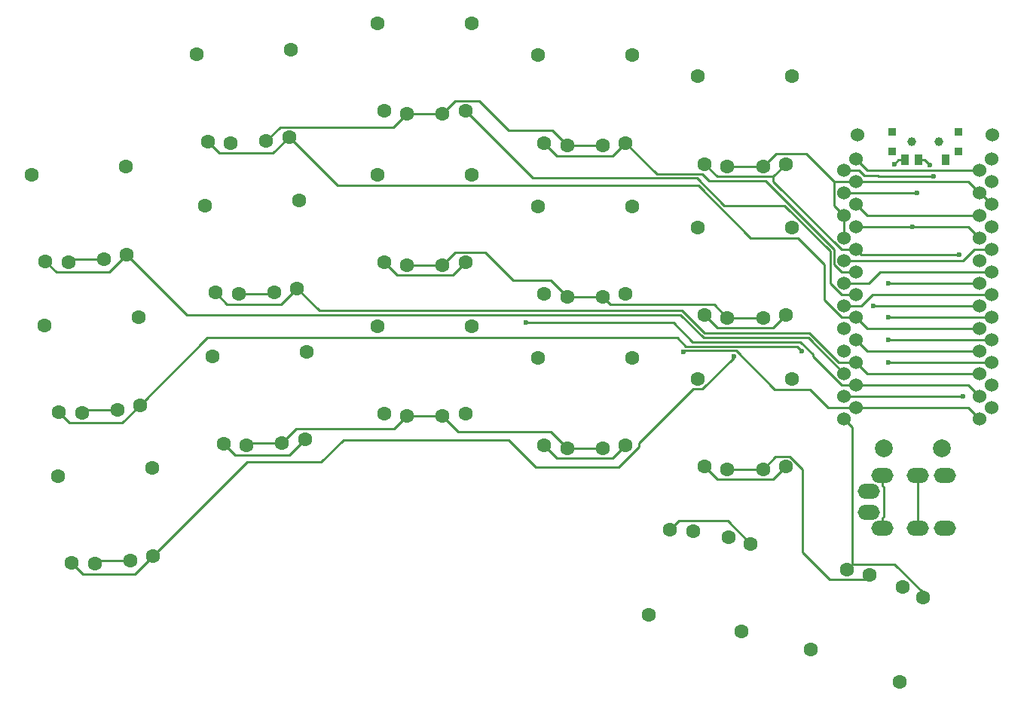
<source format=gtl>
G04 #@! TF.GenerationSoftware,KiCad,Pcbnew,5.1.6*
G04 #@! TF.CreationDate,2020-09-30T09:09:17+01:00*
G04 #@! TF.ProjectId,cradio,63726164-696f-42e6-9b69-6361645f7063,2.1*
G04 #@! TF.SameCoordinates,Original*
G04 #@! TF.FileFunction,Copper,L1,Top*
G04 #@! TF.FilePolarity,Positive*
%FSLAX46Y46*%
G04 Gerber Fmt 4.6, Leading zero omitted, Abs format (unit mm)*
G04 Created by KiCad (PCBNEW 5.1.6) date 2020-09-30 09:09:17*
%MOMM*%
%LPD*%
G01*
G04 APERTURE LIST*
G04 #@! TA.AperFunction,ComponentPad*
%ADD10C,1.524000*%
G04 #@! TD*
G04 #@! TA.AperFunction,SMDPad,CuDef*
%ADD11R,0.900000X0.900000*%
G04 #@! TD*
G04 #@! TA.AperFunction,SMDPad,CuDef*
%ADD12R,0.900000X1.250000*%
G04 #@! TD*
G04 #@! TA.AperFunction,WasherPad*
%ADD13C,1.000000*%
G04 #@! TD*
G04 #@! TA.AperFunction,ComponentPad*
%ADD14C,1.600000*%
G04 #@! TD*
G04 #@! TA.AperFunction,ComponentPad*
%ADD15C,2.000000*%
G04 #@! TD*
G04 #@! TA.AperFunction,ComponentPad*
%ADD16O,2.500000X1.700000*%
G04 #@! TD*
G04 #@! TA.AperFunction,ViaPad*
%ADD17C,0.600000*%
G04 #@! TD*
G04 #@! TA.AperFunction,Conductor*
%ADD18C,0.250000*%
G04 #@! TD*
G04 APERTURE END LIST*
D10*
X142370000Y-36742000D03*
X142370000Y-39282000D03*
X142370000Y-41822000D03*
X142370000Y-44362000D03*
X142370000Y-46902000D03*
X142370000Y-49442000D03*
X142370000Y-51982000D03*
X142370000Y-54522000D03*
X142370000Y-57062000D03*
X142370000Y-59602000D03*
X142370000Y-62142000D03*
X142370000Y-64682000D03*
X127130000Y-64682000D03*
X127130000Y-62142000D03*
X127130000Y-59602000D03*
X127130000Y-57062000D03*
X127130000Y-54522000D03*
X127130000Y-51982000D03*
X127130000Y-49442000D03*
X127130000Y-46902000D03*
X127130000Y-44362000D03*
X127130000Y-41822000D03*
X127130000Y-39282000D03*
X127130000Y-36742000D03*
X143676400Y-35472000D03*
X143676400Y-38012000D03*
X143676400Y-40552000D03*
X143676400Y-43092000D03*
X143676400Y-45632000D03*
X143676400Y-48172000D03*
X143676400Y-50712000D03*
X143676400Y-53252000D03*
X143676400Y-55792000D03*
X143676400Y-58332000D03*
X143676400Y-60872000D03*
X143676400Y-63412000D03*
X128456400Y-63412000D03*
X128456400Y-60872000D03*
X128456400Y-58332000D03*
X128456400Y-55792000D03*
X128456400Y-53252000D03*
X128456400Y-50712000D03*
X128456400Y-48172000D03*
X128456400Y-45632000D03*
X128456400Y-43092000D03*
X128456400Y-40552000D03*
X128456400Y-38012000D03*
X128456400Y-35472000D03*
X143816400Y-32792000D03*
X128596400Y-32792000D03*
D11*
X132550000Y-34600000D03*
X132550000Y-32400000D03*
X139940000Y-34600000D03*
X139940000Y-32400000D03*
D12*
X138490000Y-35575000D03*
X133990000Y-35575000D03*
X135490000Y-35575000D03*
D13*
X134740000Y-33500000D03*
X137740000Y-33500000D03*
D14*
X116596025Y-78702789D03*
X110168085Y-77264742D03*
X107575186Y-77112172D03*
X114107316Y-77959334D03*
X115594652Y-88528172D03*
X105155690Y-86687501D03*
X120580000Y-70020000D03*
X114000000Y-70320000D03*
X111420000Y-70020000D03*
X118000000Y-70320000D03*
X121300000Y-60170000D03*
X110700000Y-60170000D03*
X136028095Y-84734020D03*
X129947524Y-82201620D03*
X127420511Y-81601115D03*
X133706294Y-83569700D03*
X133335775Y-94236247D03*
X123375033Y-90610833D03*
X102580000Y-67645000D03*
X96000000Y-67945000D03*
X93420000Y-67645000D03*
X100000000Y-67945000D03*
X103300000Y-57795000D03*
X92700000Y-57795000D03*
X84580000Y-64070000D03*
X78000000Y-64370000D03*
X75420000Y-64070000D03*
X82000000Y-64370000D03*
X85300000Y-54220000D03*
X74700000Y-54220000D03*
X66536937Y-66975112D03*
X59981655Y-67619071D03*
X57389490Y-67454509D03*
X63976173Y-67409728D03*
X66740441Y-57100929D03*
X56154968Y-57655690D03*
X49477966Y-80066220D03*
X42949152Y-80938563D03*
X40352823Y-80864566D03*
X46933930Y-80589940D03*
X49336742Y-70190950D03*
X38777078Y-71114801D03*
X120580000Y-53020000D03*
X114000000Y-53320000D03*
X111420000Y-53020000D03*
X118000000Y-53320000D03*
X121300000Y-43170000D03*
X110700000Y-43170000D03*
X102580000Y-50640000D03*
X96000000Y-50940000D03*
X93420000Y-50640000D03*
X100000000Y-50940000D03*
X103300000Y-40790000D03*
X92700000Y-40790000D03*
X84580000Y-47070000D03*
X78000000Y-47370000D03*
X75420000Y-47070000D03*
X82000000Y-47370000D03*
X85300000Y-37220000D03*
X74700000Y-37220000D03*
X65646937Y-49993412D03*
X59091655Y-50637371D03*
X56499490Y-50472809D03*
X63086173Y-50428028D03*
X65850441Y-40119229D03*
X55264968Y-40673990D03*
X47995866Y-63125920D03*
X41467052Y-63998263D03*
X38870723Y-63924266D03*
X45451830Y-63649640D03*
X47854642Y-53250650D03*
X37294978Y-54174501D03*
X120580000Y-36020000D03*
X114000000Y-36320000D03*
X111420000Y-36020000D03*
X118000000Y-36320000D03*
X121300000Y-26170000D03*
X110700000Y-26170000D03*
X102580000Y-33640000D03*
X96000000Y-33940000D03*
X93420000Y-33640000D03*
X100000000Y-33940000D03*
X103300000Y-23790000D03*
X92700000Y-23790000D03*
X84580000Y-30080000D03*
X78000000Y-30380000D03*
X75420000Y-30080000D03*
X82000000Y-30380000D03*
X85300000Y-20230000D03*
X74700000Y-20230000D03*
X46514166Y-46190620D03*
X39985352Y-47062963D03*
X37389023Y-46988966D03*
X43970130Y-46714340D03*
X46372942Y-36315350D03*
X35813278Y-37239201D03*
X64757237Y-33016712D03*
X58201955Y-33660671D03*
X55609790Y-33496109D03*
X62196473Y-33451328D03*
X64960741Y-23142529D03*
X54375268Y-23697290D03*
D15*
X138090000Y-68010000D03*
X131590000Y-68010000D03*
D16*
X129932000Y-72760000D03*
X131432000Y-76960000D03*
X135432000Y-76960000D03*
X138432000Y-76960000D03*
X135432000Y-71010000D03*
X138432000Y-71010000D03*
X129932000Y-75210000D03*
X131432000Y-71010000D03*
D17*
X132780000Y-36010000D03*
X132053800Y-53252000D03*
X132053800Y-55792000D03*
X132053800Y-58332000D03*
X140035300Y-46185700D03*
X136730000Y-36110000D03*
X134768000Y-43092000D03*
X132053800Y-49442000D03*
X130390000Y-51982000D03*
X122384100Y-57076500D03*
X137210000Y-37370000D03*
X135318000Y-39282000D03*
X114697500Y-57623100D03*
X91369700Y-53859700D03*
X109077000Y-57137000D03*
X140439900Y-62142000D03*
D18*
X133215000Y-35575000D02*
X132780000Y-36010000D01*
X133990000Y-35575000D02*
X133215000Y-35575000D01*
X143676400Y-50712000D02*
X130314300Y-50712000D01*
X130314300Y-50712000D02*
X129044300Y-51982000D01*
X129044300Y-51982000D02*
X127130000Y-51982000D01*
X93420000Y-67645000D02*
X94870100Y-69095100D01*
X94870100Y-69095100D02*
X101129900Y-69095100D01*
X101129900Y-69095100D02*
X102580000Y-67645000D01*
X143676400Y-53252000D02*
X132053800Y-53252000D01*
X143676400Y-55792000D02*
X132053800Y-55792000D01*
X111420000Y-70020000D02*
X112854200Y-71454200D01*
X112854200Y-71454200D02*
X119145800Y-71454200D01*
X119145800Y-71454200D02*
X120580000Y-70020000D01*
X127130000Y-59602000D02*
X123086500Y-55558500D01*
X123086500Y-55558500D02*
X111327400Y-55558500D01*
X111327400Y-55558500D02*
X108734800Y-52965900D01*
X108734800Y-52965900D02*
X53289500Y-52965900D01*
X53289500Y-52965900D02*
X46514200Y-46190600D01*
X37389000Y-46989000D02*
X38590500Y-48190500D01*
X38590500Y-48190500D02*
X44514300Y-48190500D01*
X44514300Y-48190500D02*
X46514200Y-46190600D01*
X143676400Y-58332000D02*
X132053800Y-58332000D01*
X128456400Y-45632000D02*
X129010100Y-46185700D01*
X129010100Y-46185700D02*
X140035300Y-46185700D01*
X119154600Y-37445400D02*
X119154600Y-37959700D01*
X119154600Y-37959700D02*
X126826900Y-45632000D01*
X126826900Y-45632000D02*
X128456400Y-45632000D01*
X119154600Y-37445400D02*
X120580000Y-36020000D01*
X111420000Y-36020000D02*
X112845400Y-37445400D01*
X112845400Y-37445400D02*
X119154600Y-37445400D01*
X118000000Y-36320000D02*
X114000000Y-36320000D01*
X126006000Y-38012000D02*
X122849600Y-34855600D01*
X122849600Y-34855600D02*
X119464400Y-34855600D01*
X119464400Y-34855600D02*
X118000000Y-36320000D01*
X129977500Y-82171600D02*
X129449700Y-82699400D01*
X122481500Y-70328500D02*
X121043500Y-68890500D01*
X121043500Y-68890500D02*
X119429500Y-68890500D01*
X119429500Y-68890500D02*
X118000000Y-70320000D01*
X100000000Y-50940000D02*
X100879600Y-51819600D01*
X100879600Y-51819600D02*
X112499600Y-51819600D01*
X112499600Y-51819600D02*
X114000000Y-53320000D01*
X96000000Y-50940000D02*
X100000000Y-50940000D01*
X128456400Y-38012000D02*
X131118000Y-38012000D01*
X141100000Y-38012000D02*
X142370000Y-39282000D01*
X143676400Y-40552000D02*
X142406400Y-39282000D01*
X142406400Y-39282000D02*
X142370000Y-39282000D01*
X126006000Y-38012000D02*
X128456400Y-38012000D01*
X127130000Y-44362000D02*
X127130000Y-41822000D01*
X96000000Y-33940000D02*
X94326300Y-32266300D01*
X94326300Y-32266300D02*
X89455500Y-32266300D01*
X89455500Y-32266300D02*
X86139700Y-28950500D01*
X86139700Y-28950500D02*
X83429500Y-28950500D01*
X83429500Y-28950500D02*
X82000000Y-30380000D01*
X100000000Y-33940000D02*
X96000000Y-33940000D01*
X59091700Y-50637400D02*
X62876800Y-50637400D01*
X62876800Y-50637400D02*
X63086200Y-50428000D01*
X96000000Y-50940000D02*
X94173900Y-49113900D01*
X94173900Y-49113900D02*
X89959100Y-49113900D01*
X89959100Y-49113900D02*
X86785700Y-45940500D01*
X86785700Y-45940500D02*
X83429500Y-45940500D01*
X83429500Y-45940500D02*
X82000000Y-47370000D01*
X96000000Y-67945000D02*
X94200700Y-66145700D01*
X94200700Y-66145700D02*
X83775700Y-66145700D01*
X83775700Y-66145700D02*
X82000000Y-64370000D01*
X100000000Y-67945000D02*
X96000000Y-67945000D01*
X118000000Y-70320000D02*
X114000000Y-70320000D01*
X82000000Y-64370000D02*
X78000000Y-64370000D01*
X126006000Y-38012000D02*
X126006000Y-40698000D01*
X126006000Y-40698000D02*
X127130000Y-41822000D01*
X62196500Y-33451300D02*
X63778600Y-31869200D01*
X63778600Y-31869200D02*
X76510800Y-31869200D01*
X76510800Y-31869200D02*
X78000000Y-30380000D01*
X78000000Y-64370000D02*
X76564900Y-65805100D01*
X76564900Y-65805100D02*
X65580800Y-65805100D01*
X65580800Y-65805100D02*
X63976200Y-67409700D01*
X59981700Y-67619100D02*
X60191100Y-67409700D01*
X60191100Y-67409700D02*
X63976200Y-67409700D01*
X46933900Y-80589900D02*
X43297900Y-80589900D01*
X43297900Y-80589900D02*
X42949200Y-80938600D01*
X118000000Y-53320000D02*
X114000000Y-53320000D01*
X82000000Y-47370000D02*
X78000000Y-47370000D01*
X45451800Y-63649600D02*
X41815800Y-63649600D01*
X41815800Y-63649600D02*
X41467100Y-63998300D01*
X78000000Y-30380000D02*
X82000000Y-30380000D01*
X43970100Y-46714300D02*
X40334100Y-46714300D01*
X40334100Y-46714300D02*
X39985400Y-47063000D01*
X135432000Y-71010000D02*
X135432000Y-76960000D01*
X131118000Y-38012000D02*
X141100000Y-38012000D01*
X122481500Y-78218600D02*
X122481500Y-76778500D01*
X122481500Y-76778500D02*
X122481500Y-70328500D01*
X122481500Y-79691500D02*
X122481500Y-76778500D01*
X125516116Y-82726116D02*
X122481500Y-79691500D01*
X129423028Y-82726116D02*
X125516116Y-82726116D01*
X129947524Y-82201620D02*
X129423028Y-82726116D01*
X136195000Y-35575000D02*
X136730000Y-36110000D01*
X135490000Y-35575000D02*
X136195000Y-35575000D01*
X128456400Y-43092000D02*
X134768000Y-43092000D01*
X141100000Y-43092000D02*
X142370000Y-44362000D01*
X131432000Y-76960000D02*
X131432000Y-75784700D01*
X131432000Y-71010000D02*
X131432000Y-72185300D01*
X131432000Y-72185300D02*
X131575600Y-72328900D01*
X131575600Y-72328900D02*
X131575600Y-75641100D01*
X131575600Y-75641100D02*
X131432000Y-75784700D01*
X134768000Y-43092000D02*
X141100000Y-43092000D01*
X142370000Y-49442000D02*
X132053800Y-49442000D01*
X102580000Y-33640000D02*
X106085400Y-37145400D01*
X106085400Y-37145400D02*
X111154100Y-37145400D01*
X111154100Y-37145400D02*
X111904500Y-37895800D01*
X111904500Y-37895800D02*
X118271500Y-37895800D01*
X118271500Y-37895800D02*
X126001300Y-45625600D01*
X126001300Y-45625600D02*
X126001300Y-47313700D01*
X126001300Y-47313700D02*
X126859600Y-48172000D01*
X126859600Y-48172000D02*
X128456400Y-48172000D01*
X93420000Y-33640000D02*
X94862700Y-35082700D01*
X94862700Y-35082700D02*
X101137300Y-35082700D01*
X101137300Y-35082700D02*
X102580000Y-33640000D01*
X84580000Y-30080000D02*
X92095800Y-37595800D01*
X92095800Y-37595800D02*
X110586900Y-37595800D01*
X110586900Y-37595800D02*
X113665600Y-40674500D01*
X113665600Y-40674500D02*
X120413300Y-40674500D01*
X120413300Y-40674500D02*
X125550900Y-45812100D01*
X125550900Y-45812100D02*
X125550900Y-49419700D01*
X125550900Y-49419700D02*
X126843200Y-50712000D01*
X126843200Y-50712000D02*
X128456400Y-50712000D01*
X130390000Y-51982000D02*
X142370000Y-51982000D01*
X64757200Y-33016700D02*
X70192700Y-38452200D01*
X70192700Y-38452200D02*
X110729600Y-38452200D01*
X110729600Y-38452200D02*
X116607300Y-44329900D01*
X116607300Y-44329900D02*
X121927100Y-44329900D01*
X121927100Y-44329900D02*
X124927400Y-47330200D01*
X124927400Y-47330200D02*
X124927400Y-51331400D01*
X124927400Y-51331400D02*
X126848000Y-53252000D01*
X126848000Y-53252000D02*
X128456400Y-53252000D01*
X128456400Y-53252000D02*
X129726400Y-54522000D01*
X129726400Y-54522000D02*
X142370000Y-54522000D01*
X55609800Y-33496100D02*
X56924300Y-34810600D01*
X56924300Y-34810600D02*
X62963300Y-34810600D01*
X62963300Y-34810600D02*
X64757200Y-33016700D01*
X122384100Y-57076500D02*
X121819300Y-56511700D01*
X121819300Y-56511700D02*
X109336200Y-56511700D01*
X109336200Y-56511700D02*
X108378000Y-55553500D01*
X108378000Y-55553500D02*
X55568300Y-55553500D01*
X55568300Y-55553500D02*
X47995900Y-63125900D01*
X38870700Y-63924300D02*
X40076800Y-65130400D01*
X40076800Y-65130400D02*
X45991400Y-65130400D01*
X45991400Y-65130400D02*
X47995900Y-63125900D01*
X128456400Y-55792000D02*
X129726400Y-57062000D01*
X129726400Y-57062000D02*
X142370000Y-57062000D01*
X128456400Y-58332000D02*
X126514300Y-58332000D01*
X126514300Y-58332000D02*
X123206200Y-55023900D01*
X123206200Y-55023900D02*
X111429700Y-55023900D01*
X111429700Y-55023900D02*
X108921400Y-52515600D01*
X108921400Y-52515600D02*
X68169100Y-52515600D01*
X68169100Y-52515600D02*
X65646900Y-49993400D01*
X128456400Y-58332000D02*
X129726400Y-59602000D01*
X129726400Y-59602000D02*
X142370000Y-59602000D01*
X56499500Y-50472800D02*
X57794400Y-51767700D01*
X57794400Y-51767700D02*
X63872600Y-51767700D01*
X63872600Y-51767700D02*
X65646900Y-49993400D01*
X111420000Y-53020000D02*
X112851300Y-54451300D01*
X112851300Y-54451300D02*
X119148700Y-54451300D01*
X119148700Y-54451300D02*
X120580000Y-53020000D01*
X130970000Y-37370000D02*
X130920000Y-37320000D01*
X137210000Y-37370000D02*
X130970000Y-37370000D01*
X128795162Y-36742000D02*
X127130000Y-36742000D01*
X129373162Y-37320000D02*
X128795162Y-36742000D01*
X130920000Y-37320000D02*
X129373162Y-37320000D01*
X127130000Y-39282000D02*
X135318000Y-39282000D01*
X128456400Y-40552000D02*
X129726400Y-41822000D01*
X129726400Y-41822000D02*
X142370000Y-41822000D01*
X127130000Y-49442000D02*
X129906800Y-49442000D01*
X129906800Y-49442000D02*
X131176800Y-48172000D01*
X131176800Y-48172000D02*
X143676400Y-48172000D01*
X57389500Y-67454500D02*
X58693000Y-68758000D01*
X58693000Y-68758000D02*
X64754000Y-68758000D01*
X64754000Y-68758000D02*
X66536900Y-66975100D01*
X104030300Y-67787900D02*
X104030300Y-67417400D01*
X104030300Y-67417400D02*
X110152300Y-61295400D01*
X110152300Y-61295400D02*
X111189500Y-61295400D01*
X111189500Y-61295400D02*
X114697500Y-57787400D01*
X114697500Y-57787400D02*
X114697500Y-57623100D01*
X40352800Y-80864600D02*
X41600300Y-82112100D01*
X41600300Y-82112100D02*
X47432100Y-82112100D01*
X47432100Y-82112100D02*
X49478000Y-80066200D01*
X127130000Y-46902000D02*
X140466900Y-46902000D01*
X140466900Y-46902000D02*
X141736900Y-45632000D01*
X141736900Y-45632000D02*
X143676400Y-45632000D01*
X49477966Y-80066220D02*
X60024186Y-69520000D01*
X60024186Y-69520000D02*
X68340000Y-69520000D01*
X68340000Y-69520000D02*
X70850000Y-67010000D01*
X70850000Y-67010000D02*
X89400000Y-67010000D01*
X92454100Y-70064100D02*
X101754100Y-70064100D01*
X89400000Y-67010000D02*
X92454100Y-70064100D01*
X101754100Y-70064100D02*
X104030300Y-67787900D01*
X128456400Y-60872000D02*
X126844200Y-60872000D01*
X126844200Y-60872000D02*
X123630000Y-57657800D01*
X123630000Y-57657800D02*
X123630000Y-57414600D01*
X123630000Y-57414600D02*
X122224300Y-56008900D01*
X122224300Y-56008900D02*
X110080300Y-56008900D01*
X110080300Y-56008900D02*
X107931100Y-53859700D01*
X107931100Y-53859700D02*
X91369700Y-53859700D01*
X142370000Y-62142000D02*
X141100000Y-60872000D01*
X141100000Y-60872000D02*
X128456400Y-60872000D01*
X75420000Y-47070000D02*
X76865700Y-48515700D01*
X76865700Y-48515700D02*
X83134300Y-48515700D01*
X83134300Y-48515700D02*
X84580000Y-47070000D01*
X128456400Y-63412000D02*
X125339500Y-63412000D01*
X125339500Y-63412000D02*
X123257400Y-61329900D01*
X123257400Y-61329900D02*
X119292400Y-61329900D01*
X119292400Y-61329900D02*
X114958400Y-56995900D01*
X114958400Y-56995900D02*
X109218100Y-56995900D01*
X109218100Y-56995900D02*
X109077000Y-57137000D01*
X128456400Y-63412000D02*
X141100000Y-63412000D01*
X141100000Y-63412000D02*
X142370000Y-64682000D01*
X128031500Y-80990100D02*
X132808200Y-80990100D01*
X132808200Y-80990100D02*
X136058100Y-84240000D01*
X136058100Y-84240000D02*
X136058100Y-84704000D01*
X127450500Y-81571100D02*
X128031500Y-80990100D01*
X128031500Y-80990100D02*
X128031500Y-65583500D01*
X128031500Y-65583500D02*
X127130000Y-64682000D01*
X107575200Y-77112200D02*
X108548700Y-76138700D01*
X108548700Y-76138700D02*
X114031900Y-76138700D01*
X114031900Y-76138700D02*
X116596000Y-78702800D01*
X127130000Y-62142000D02*
X140439900Y-62142000D01*
X128456400Y-35472000D02*
X129726400Y-36742000D01*
X129726400Y-36742000D02*
X142370000Y-36742000D01*
M02*

</source>
